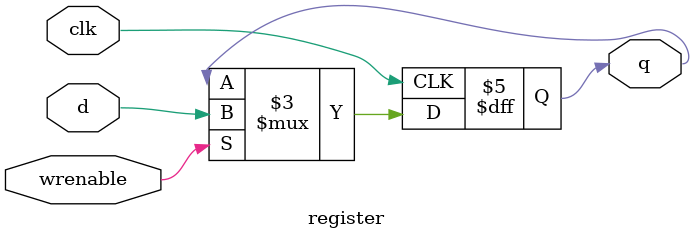
<source format=v>
module register(q, d, wrenable, clk);
input	d;
input	wrenable;
input	clk;
output reg q;

always @(posedge clk) begin
    if(wrenable) begin
	q = d;
    end
end
endmodule
</source>
